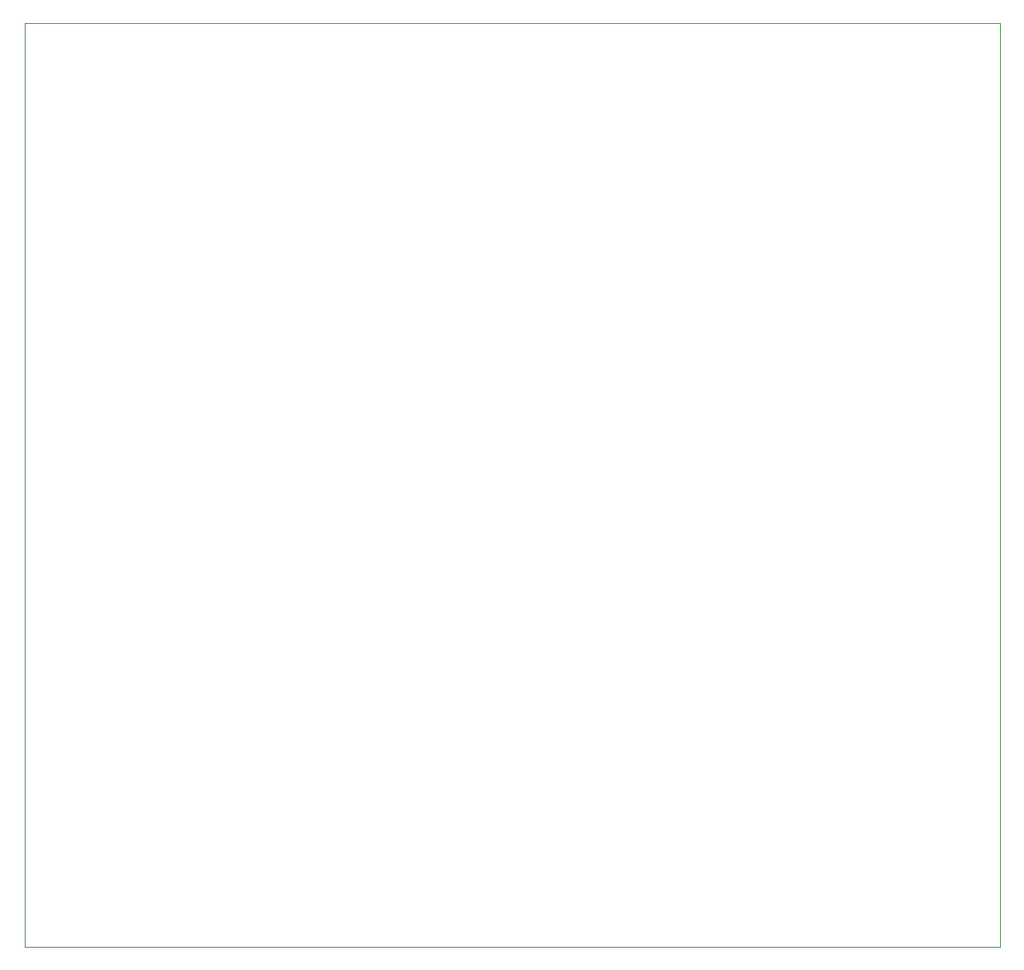
<source format=gbr>
G04 DipTrace 1.50*
%INboard outline.gbr*%
%MOMM*%
%ADD10C,0.25*%
%ADD11C,0.14*%
%ADD12C,0.076*%
%ADD13C,0.3*%
%ADD14C,0.406*%
%ADD15C,0.5*%
%ADD16C,0.4*%
%ADD17C,0.203*%
%ADD18C,0.1*%
%ADD19C,0.033*%
%ADD20C,1.5*%
%ADD21R,1.0X1.1*%
%ADD22R,1.9X0.65*%
%ADD23R,1.1X1.0*%
%ADD24R,1.45X0.5*%
%ADD25R,1.6X1.8*%
%ADD26R,1.05X0.8*%
%ADD27R,1.3X1.5*%
%ADD28R,0.65X1.9*%
%ADD29C,1.092*%
%ADD30C,2.5*%
%ADD31C,1.1*%
%ADD32R,1.6X1.0*%
%ADD33R,6.2X5.4*%
%ADD34R,2.2X0.6*%
%ADD35R,0.5X1.45*%
%ADD36R,1.8X1.6*%
%ADD37C,0.8*%
%ADD38C,0.38*%
%ADD39C,0.7*%
%ADD40C,2.0*%
%ADD41R,2.0X1.8*%
%ADD42R,1.6X1.4*%
%ADD43R,0.7X1.65*%
%ADD44R,0.3X1.25*%
%ADD45R,2.4X0.8*%
%ADD46R,2.0X0.4*%
%ADD47R,6.4X5.6*%
%ADD48R,6.0X5.2*%
%ADD49R,1.8X1.2*%
%ADD50R,1.4X0.8*%
%ADD51C,1.3*%
%ADD52C,0.9*%
%ADD53C,2.7*%
%ADD54C,2.3*%
%ADD55C,1.292*%
%ADD56C,0.892*%
%ADD57R,0.85X2.1*%
%ADD58R,0.45X1.7*%
%ADD59R,1.5X1.7*%
%ADD60R,1.1X1.3*%
%ADD61R,1.25X1.0*%
%ADD62R,0.85X0.6*%
%ADD63R,1.8X2.0*%
%ADD64R,1.4X1.6*%
%ADD65R,1.65X0.7*%
%ADD66R,1.25X0.3*%
%ADD67R,1.3X1.2*%
%ADD68R,0.9X0.8*%
%ADD69R,2.1X0.85*%
%ADD70R,1.7X0.45*%
%ADD71R,1.2X1.3*%
%ADD72R,0.8X0.9*%
%ADD73C,1.7*%
%ADD74C,0.196*%
%FSLAX53Y53*%
%SFA1B1*%
%OFA0B0*%
G04*
G71*
G90*
G75*
G01*
%LNTopSilk*%
%LPD*%
X10000Y104764D2*
D19*
X110000D1*
Y10000D1*
X10000D1*
Y104764D1*
M02*

</source>
